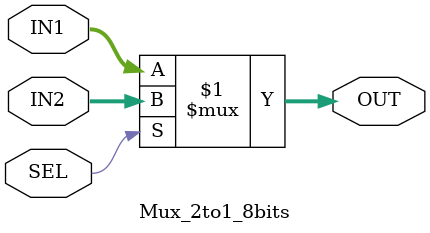
<source format=v>
`timescale 1ns / 1ps


module Mux_2to1_8bits(
    output wire [7:0] OUT,
    input wire [7:0] IN1,
    input wire [7:0] IN2,
    input wire SEL
);
assign  OUT = SEL ? IN2 : IN1;
endmodule

</source>
